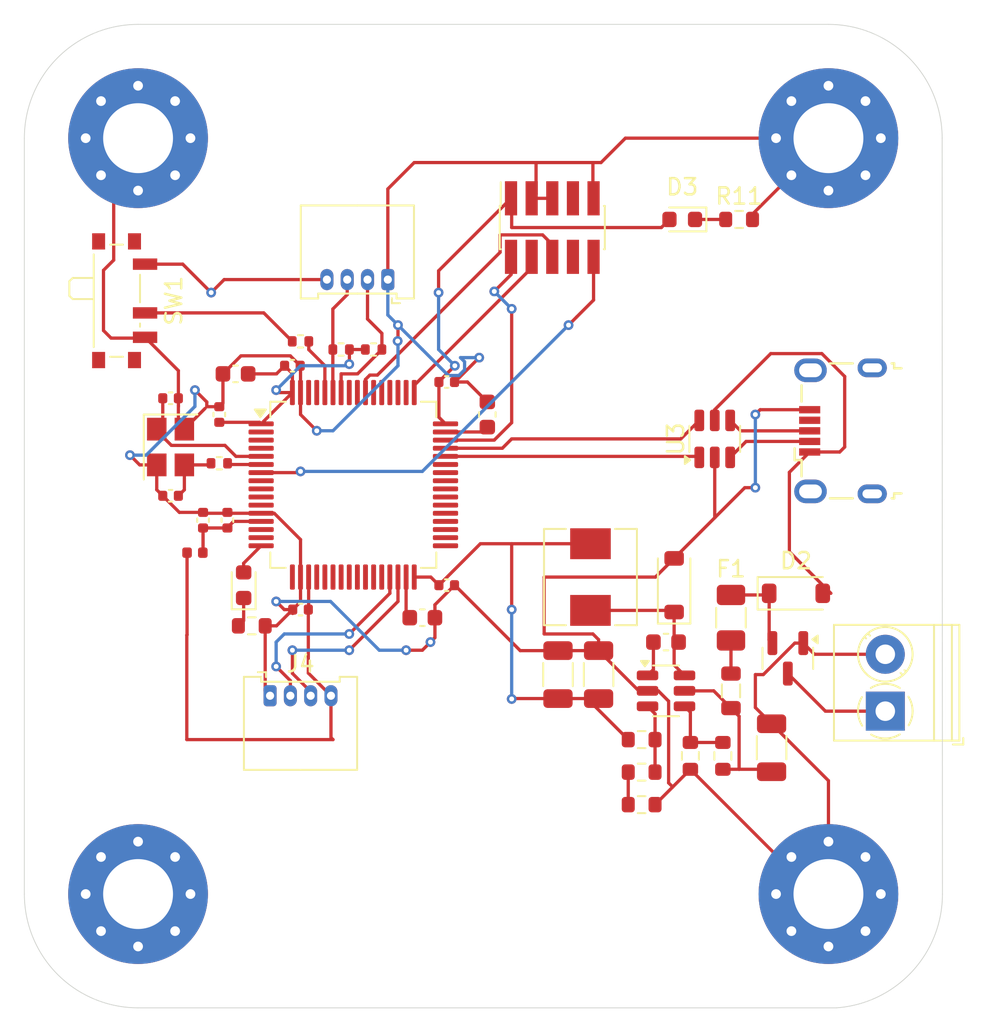
<source format=kicad_pcb>
(kicad_pcb (version 20240108) (generator "pcbnew") (generator_version "8.0")
  (layers (0 "F.Cu" signal) (1 "In1.Cu" power) (2 "In2.Cu" power) (31 "B.Cu" signal) (34 "B.Paste" user) (35 "F.Paste" user) (36 "B.SilkS" user "B.Silkscreen") (37 "F.SilkS" user "F.Silkscreen") (38 "B.Mask" user) (39 "F.Mask" user) (44 "Edge.Cuts" user))
  (net 0 "")
  (net 1 "GND")
  (net 2 "Net-(U1-VCAP_2)")
  (net 3 "Net-(U1-VCAP_1)")
  (net 4 "+3V3")
  (net 5 "+3.3VA")
  (net 6 "HSE_IN")
  (net 7 "Net-(C12-Pad1)")
  (net 8 "BUCK_IN")
  (net 9 "BUCK_SW")
  (net 10 "BUCK_BST")
  (net 11 "LED_STATUS")
  (net 12 "Net-(D1-K)")
  (net 13 "+5V")
  (net 14 "Net-(D2-K)")
  (net 15 "Net-(D3-K)")
  (net 16 "+12V")
  (net 19 "NRST")
  (net 20 "SWO")
  (net 21 "SWCLK")
  (net 22 "SWDIO")
  (net 23 "I2C1_SDA")
  (net 24 "I2C1_SCL")
  (net 25 "USART3_TX")
  (net 26 "USART3_RX")
  (net 27 "USB_CONN_D-")
  (net 30 "USB_CONN_D+")
  (net 34 "BOOT0")
  (net 35 "Net-(SW1-B)")
  (net 36 "HSE_OUT")
  (net 37 "BUCK_EN")
  (net 38 "BUCK_FB")
  (net 39 "Net-(R7-Pad2)")
  (net 40 "USB_D+")
  (net 43 "USB_D-")
  (net 81 "Net-(F1-Pad2)")
  (footprint "Package_TO_SOT_SMD:SOT-23-6" (layer "F.Cu") (at 99.5 86)
    (property "Reference" "U2")
    (property "Value" "~")
  )
  (footprint "LED_SMD:LED_0603_1608Metric" (layer "F.Cu") (at 73.5 79.5 90)
    (property "Reference" "D1")
    (property "Value" "BLUE")
  )
  (footprint "Package_TO_SOT_SMD:SOT-23-6" (layer "F.Cu") (at 102.5 70.5 90)
    (property "Reference" "U3")
    (property "Value" "USBLC6-2SC6")
  )
  (footprint "Resistor_SMD:R_0603_1608Metric" (layer "F.Cu") (at 98 93)
    (property "Reference" "R8")
    (property "Value" "270")
  )
  (footprint "MountingHole:MountingHole_4.3mm_M4_Pad_Via" (layer "F.Cu") (at 67 52)
    (property "Reference" "H4")
    (property "Value" "MountingHole_Pad")
  )
  (footprint "Resistor_SMD:R_0603_1608Metric" (layer "F.Cu") (at 104 57)
    (property "Reference" "R11")
    (property "Value" "1K")
  )
  (footprint "MountingHole:MountingHole_4.3mm_M4_Pad_Via" (layer "F.Cu") (at 109.5 52)
    (property "Reference" "H1")
    (property "Value" "MountingHole_Pad")
  )
  (footprint "Button_Switch_SMD:SW_SPDT_PCM12" (layer "F.Cu") (at 66 62 -90)
    (property "Reference" "SW1")
    (property "Value" "SW_SPDT")
  )
  (footprint "Resistor_SMD:R_0402_1005Metric" (layer "F.Cu") (at 81.5 65)
    (property "Reference" "R9")
    (property "Value" "2k2")
  )
  (footprint "Capacitor_SMD:C_0402_1005Metric" (layer "F.Cu") (at 76.5 66)
    (property "Reference" "C8")
    (property "Value" "100n")
  )
  (footprint "Capacitor_SMD:C_0603_1608Metric" (layer "F.Cu") (at 99.5 83)
    (property "Reference" "C14")
    (property "Value" "10n")
  )
  (footprint "Capacitor_SMD:C_0603_1608Metric" (layer "F.Cu") (at 88.5 69 90)
    (property "Reference" "C1")
    (property "Value" "2u2")
  )
  (footprint "Capacitor_SMD:C_0402_1005Metric" (layer "F.Cu") (at 86 67)
    (property "Reference" "C7")
    (property "Value" "100n")
  )
  (footprint "TerminalBlock_Phoenix:TerminalBlock_Phoenix_PT-1,5-2-3.5-H_1x02_P3.50mm_Horizontal" (layer "F.Cu") (at 113 87.25 90)
    (property "Reference" "J1")
    (property "Value" "Screw_Terminal_01x02")
  )
  (footprint "Package_QFP:LQFP-64_10x10mm_P0.5mm" (layer "F.Cu") (at 80.25 73.325)
    (property "Reference" "U1")
    (property "Value" "STM32F405RGT6")
  )
  (footprint "Resistor_SMD:R_0603_1608Metric" (layer "F.Cu") (at 103 90 90)
    (property "Reference" "R4")
    (property "Value" "100k")
  )
  (footprint "Connector_USB:USB_Micro-B_Wuerth_629105150521" (layer "F.Cu") (at 110.245 70.005 90)
    (property "Reference" "J5" (hide yes))
    (property "Value" "USB_B_Micro")
  )
  (footprint "Capacitor_SMD:C_0402_1005Metric" (layer "F.Cu") (at 72 69 90)
    (property "Reference" "C4")
    (property "Value" "100n")
  )
  (footprint "Resistor_SMD:R_0402_1005Metric" (layer "F.Cu") (at 77 64.5 180)
    (property "Reference" "R1")
    (property "Value" "10k")
  )
  (footprint "Inductor_SMD:L_Sunlord_MWSA0518S" (layer "F.Cu") (at 94.85 79 90)
    (property "Reference" "L2")
    (property "Value" "10u")
  )
  (footprint "Crystal:Crystal_SMD_3225-4Pin_3.2x2.5mm" (layer "F.Cu") (at 69 71 -90)
    (property "Reference" "Y1")
    (property "Value" "16MHz")
  )
  (footprint "Capacitor_SMD:C_0402_1005Metric" (layer "F.Cu") (at 69 74 180)
    (property "Reference" "C12")
    (property "Value" "12p")
  )
  (footprint "MountingHole:MountingHole_4.3mm_M4_Pad_Via" (layer "F.Cu") (at 109.5 98.5)
    (property "Reference" "H2")
    (property "Value" "MountingHole_Pad")
  )
  (footprint "Resistor_SMD:R_0402_1005Metric" (layer "F.Cu") (at 79.5 65 180)
    (property "Reference" "R10")
    (property "Value" "2k2")
  )
  (footprint "Diode_SMD:D_SOD-123" (layer "F.Cu") (at 100 79.5 90)
    (property "Reference" "D4")
    (property "Value" "B5819W")
  )
  (footprint "Capacitor_SMD:C_1206_3216Metric" (layer "F.Cu") (at 92.85 85 90)
    (property "Reference" "C16")
    (property "Value" "10u")
  )
  (footprint "Capacitor_SMD:C_0402_1005Metric" (layer "F.Cu") (at 71 75.5 90)
    (property "Reference" "C9")
    (property "Value" "1u")
  )
  (footprint "Resistor_SMD:R_0603_1608Metric" (layer "F.Cu") (at 101 90 -90)
    (property "Reference" "R5")
    (property "Value" "68k")
  )
  (footprint "Resistor_SMD:R_0603_1608Metric" (layer "F.Cu") (at 98 89)
    (property "Reference" "R6")
    (property "Value" "47k")
  )
  (footprint "Connector_Molex:Molex_PicoBlade_53048-0410_1x04_P1.25mm_Horizontal" (layer "F.Cu") (at 75.125 86.3)
    (property "Reference" "J4")
    (property "Value" "USART3")
  )
  (footprint "Resistor_SMD:R_0603_1608Metric" (layer "F.Cu") (at 74 82)
    (property "Reference" "R3")
    (property "Value" "1k5")
  )
  (footprint "Diode_SMD:D_SOD-123" (layer "F.Cu") (at 107.5 80)
    (property "Reference" "D2")
    (property "Value" "B5819W")
  )
  (footprint "MountingHole:MountingHole_4.3mm_M4_Pad_Via" (layer "F.Cu") (at 67 98.5)
    (property "Reference" "H3")
    (property "Value" "MountingHole_Pad")
  )
  (footprint "Capacitor_SMD:C_0603_1608Metric" (layer "F.Cu") (at 84.5 81.5)
    (property "Reference" "C2")
    (property "Value" "2u2")
  )
  (footprint "Capacitor_SMD:C_1206_3216Metric" (layer "F.Cu") (at 106 89.5 90)
    (property "Reference" "C13")
    (property "Value" "10u")
  )
  (footprint "Capacitor_SMD:C_0603_1608Metric" (layer "F.Cu") (at 73 66.5 180)
    (property "Reference" "C3")
    (property "Value" "4u7")
  )
  (footprint "LED_SMD:LED_0603_1608Metric" (layer "F.Cu") (at 100.5 57 180)
    (property "Reference" "D3")
    (property "Value" "RED")
  )
  (footprint "Fuse:Fuse_1206_3216Metric" (layer "F.Cu") (at 103.5 81.5 -90)
    (property "Reference" "F1")
    (property "Value" "250mA")
  )
  (footprint "Capacitor_SMD:C_0402_1005Metric" (layer "F.Cu") (at 69 68)
    (property "Reference" "C11")
    (property "Value" "12p")
  )
  (footprint "Capacitor_SMD:C_0402_1005Metric" (layer "F.Cu") (at 86 79.5)
    (property "Reference" "C6")
    (property "Value" "100n")
  )
  (footprint "Connector_Molex:Molex_PicoBlade_53048-0410_1x04_P1.25mm_Horizontal" (layer "F.Cu") (at 82.375 60.7 180)
    (property "Reference" "J3")
    (property "Value" "I2C1")
  )
  (footprint "Inductor_SMD:L_0805_2012Metric" (layer "F.Cu") (at 103.5 86 -90)
    (property "Reference" "FB1")
    (property "Value" "600 @ 600MHz")
  )
  (footprint "Package_TO_SOT_SMD:SOT-23" (layer "F.Cu") (at 107 84 -90)
    (property "Reference" "Q1")
    (property "Value" "AO3401A")
  )
  (footprint "Resistor_SMD:R_0603_1608Metric" (layer "F.Cu") (at 98 91 180)
    (property "Reference" "R7")
    (property "Value" "15k")
  )
  (footprint "Connector_PinSocket_1.27mm:PinSocket_2x05_P1.27mm_Vertical_SMD" (layer "F.Cu") (at 92.5 57.5 90)
    (property "Reference" "J2" (hide yes))
    (property "Value" "SWD")
  )
  (footprint "Inductor_SMD:L_0402_1005Metric" (layer "F.Cu") (at 70.5 77.5)
    (property "Reference" "L1")
    (property "Value" "39n")
  )
  (footprint "Capacitor_SMD:C_1206_3216Metric" (layer "F.Cu") (at 95.35 85 90)
    (property "Reference" "C15")
    (property "Value" "10u")
  )
  (footprint "Resistor_SMD:R_0402_1005Metric" (layer "F.Cu") (at 72 72 180)
    (property "Reference" "R2")
    (property "Value" "47R")
  )
  (footprint "Capacitor_SMD:C_0402_1005Metric" (layer "F.Cu") (at 77 81 180)
    (property "Reference" "C5")
    (property "Value" "100n")
  )
  (footprint "Capacitor_SMD:C_0402_1005Metric" (layer "F.Cu") (at 72.5 75.5 90)
    (property "Reference" "C10")
    (property "Value" "10n")
  )
  (gr_line (start 67 45) (end 109.5 45) (stroke (width 0.05)) (layer "Edge.Cuts"))
  (gr_line (start 60 98.5) (end 60 52) (stroke (width 0.05)) (layer "Edge.Cuts"))
  (gr_arc (start 116.517834 98.5) (mid 114.636093 103.282315) (end 110 105.5) (stroke (width 0.05)) (layer "Edge.Cuts"))
  (gr_line (start 116.5 52) (end 116.517834 98.5) (stroke (width 0.05)) (layer "Edge.Cuts"))
  (gr_arc (start 67 105.5) (mid 62.050253 103.449747) (end 60 98.5) (stroke (width 0.05)) (layer "Edge.Cuts"))
  (gr_line (start 110 105.5) (end 67 105.5) (stroke (width 0.05)) (layer "Edge.Cuts"))
  (gr_arc (start 60 52) (mid 62.050253 47.050253) (end 67 45) (stroke (width 0.05)) (layer "Edge.Cuts"))
  (gr_arc (start 109.5 45) (mid 114.449747 47.050253) (end 116.5 52) (stroke (width 0.05)) (layer "Edge.Cuts"))
  (segment (start 102.5 71.6375) (end 102.5 75.35) (width 0.2) (layer "F.Cu") (net 1))
  (segment (start 95 53.5) (end 95.5 53.5) (width 0.2) (layer "F.Cu") (net 1))
  (segment (start 107.219581 54.280419) (end 104.825 56.675) (width 0.2) (layer "F.Cu") (net 1))
  (segment (start 105 87.025) (end 105 85) (width 0.2) (layer "F.Cu") (net 1))
  (segment (start 77 67.65) (end 77 66.02) (width 0.2) (layer "F.Cu") (net 1))
  (segment (start 99.024999 86) (end 99.6625 86.637501) (width 0.2) (layer "F.Cu") (net 1))
  (segment (start 91.5 55.43) (end 91.23 55.7) (width 0.2) (layer "F.Cu") (net 1))
  (segment (start 83 63.5) (end 83 64.45888) (width 0.2) (layer "F.Cu") (net 1))
  (segment (start 71.23 68.52) (end 71.23 68.23) (width 0.2) (layer "F.Cu") (net 1))
  (segment (start 109.5 91.525) (end 109.5 98.5) (width 0.2) (layer "F.Cu") (net 1))
  (segment (start 76.52 81) (end 76.52 81.240622) (width 0.2) (layer "F.Cu") (net 1))
  (segment (start 77 67.65) (end 77 69) (width 0.2) (layer "F.Cu") (net 1))
  (segment (start 95 55.66) (end 95.04 55.7) (width 0.2) (layer "F.Cu") (net 1))
  (segment (start 90.525 83.525) (end 95.35 83.525) (width 0.2) (layer "F.Cu") (net 1))
  (segment (start 69.48 68) (end 69.48 68.5) (width 0.2) (layer "F.Cu") (net 1))
  (segment (start 85.275 81.5) (end 85.275 82.725) (width 0.2) (layer "F.Cu") (net 1))
  (segment (start 65.5 53.5) (end 67 52) (width 0.2) (layer "F.Cu") (net 1))
  (segment (start 106 88.025) (end 109.5 91.525) (width 0.2) (layer "F.Cu") (net 1))
  (segment (start 83 64.45888) (end 82.97944 64.47944) (width 0.2) (layer "F.Cu") (net 1))
  (segment (start 95.35 83.525) (end 97.825 86) (width 0.2) (layer "F.Cu") (net 1))
  (segment (start 108.6375 83.75) (end 113 83.75) (width 0.2) (layer "F.Cu") (net 1))
  (segment (start 77 80.52) (end 77 79) (width 0.2) (layer "F.Cu") (net 1))
  (segment (start 92 79) (end 98.85 79) (width 0.2) (layer "F.Cu") (net 1))
  (segment (start 104.35 73.5) (end 105 73.5) (width 0.2) (layer "F.Cu") (net 1))
  (segment (start 105.490552 85) (end 107.428052 83.0625) (width 0.2) (layer "F.Cu") (net 1))
  (segment (start 77 76.69259) (end 77 79) (width 0.2) (layer "F.Cu") (net 1))
  (segment (start 72.225 66.5) (end 72.225 68.295) (width 0.2) (layer "F.Cu") (net 1))
  (segment (start 67.38 64.3) (end 65.338629 64.3) (width 0.2) (layer "F.Cu") (net 1))
  (segment (start 69.48 68.5) (end 69.48 69.53) (width 0.2) (layer "F.Cu") (net 1))
  (segment (start 85.275 82.725) (end 85 83) (width 0.2) (layer "F.Cu") (net 1))
  (segment (start 67.43 64.25) (end 67.38 64.3) (width 0.2) (layer "F.Cu") (net 1))
  (segment (start 72.225 68.295) (end 72 68.52) (width 0.2) (layer "F.Cu") (net 1))
  (segment (start 107.95 83.0625) (end 108.6375 83.75) (width 0.2) (layer "F.Cu") (net 1))
  (segment (start 107.428052 83.0625) (end 107.95 83.0625) (width 0.2) (layer "F.Cu") (net 1))
  (segment (start 97.825 86) (end 98.3625 86) (width 0.2) (layer "F.Cu") (net 1))
  (segment (start 108.675 98.5) (end 109.5 98.5) (width 0.2) (layer "F.Cu") (net 1))
  (segment (start 102.5 75.35) (end 100 77.85) (width 0.2) (layer "F.Cu") (net 1))
  (segment (start 76.37 65.39) (end 76.98 66) (width 0.2) (layer "F.Cu") (net 1))
  (segment (start 99.6625 86.637501) (end 99.6625 91.6625) (width 0.2) (layer "F.Cu") (net 1))
  (segment (start 85.275 80.705) (end 86.48 79.5) (width 0.2) (layer "F.Cu") (net 1))
  (segment (start 105 85) (end 105.490552 85) (width 0.2) (layer "F.Cu") (net 1))
  (segment (start 72.225 66.5) (end 73.335 65.39) (width 0.2) (layer "F.Cu") (net 1))
  (segment (start 68.15 72.1) (end 67.1 72.1) (width 0.2) (layer "F.Cu") (net 1))
  (segment (start 91.5 53.5) (end 91.5 55.43) (width 0.2) (layer "F.Cu") (net 1))
  (segment (start 86.5 79.5) (end 90.525 83.525) (width 0.2) (layer "F.Cu") (net 1))
  (segment (start 64.87 63.831371) (end 64.87 60.13) (width 0.2) (layer "F.Cu") (net 1))
  (segment (start 65.338629 64.3) (end 64.87 63.831371) (width 0.2) (layer "F.Cu") (net 1))
  (segment (start 95.35 82.85) (end 95 82.5) (width 0.2) (layer "F.Cu") (net 1))
  (segment (start 67.1 72.1) (end 66.5 71.5) (width 0.2) (layer "F.Cu") (net 1))
  (segment (start 84 53.5) (end 91.5 53.5) (width 0.2) (layer "F.Cu") (net 1))
  (segment (start 74.825 82) (end 74.825 86) (width 0.2) (layer "F.Cu") (net 1))
  (segment (start 82.375 60.7) (end 82.375 55.125) (width 0.2) (layer "F.Cu") (net 1))
  (segment (start 99.9125 91.9125) (end 101 90.825) (width 0.2) (layer "F.Cu") (net 1))
  (segment (start 105.295 68.705) (end 105 69) (width 0.2) (layer "F.Cu") (net 1))
  (segment (start 86.48 67) (end 86.5 67) (width 0.2) (layer "F.Cu") (net 1))
  (segment (start 86.5 67) (end 88 65.5) (width 0.2) (layer "F.Cu") (net 1))
  (segment (start 92.5 55.7) (end 91.23 55.7) (width 0.2) (layer "F.Cu") (net 1))
  (segment (start 68.15 72.1) (end 68.15 73.63) (width 0.2) (layer "F.Cu") (net 1))
  (segment (start 76 81) (end 75.5 80.5) (width 0.2) (layer "F.Cu") (net 1))
  (segment (start 91.5 53.5) (end 95 53.5) (width 0.2) (layer "F.Cu") (net 1))
  (segment (start 69.48 66.3) (end 69.48 68.5) (width 0.2) (layer "F.Cu") (net 1))
  (segment (start 102.5 75.35) (end 104.35 73.5) (width 0.2) (layer "F.Cu") (net 1))
  (segment (start 75.52 82) (end 76.52 81) (width 0.2) (layer "F.Cu") (net 1))
  (segment (start 71.23 68.23) (end 70.5 67.5) (width 0.2) (layer "F.Cu") (net 1))
  (segment (start 71 75.02) (end 69.54 75.02) (width 0.2) (layer "F.Cu") (net 1))
  (segment (start 74.825 86) (end 75.125 86.3) (width 0.2) (layer "F.Cu") (net 1))
  (segment (start 64.87 60.13) (end 65.5 59.5) (width 0.2) (layer "F.Cu") (net 1))
  (segment (start 67.43 64.25) (end 69.48 66.3) (width 0.2) (layer "F.Cu") (net 1))
  (segment (start 69.54 75.02) (end 68.52 74) (width 0.2) (layer "F.Cu") (net 1))
  (segment (start 95 53.5) (end 95 55.66) (width 0.2) (layer "F.Cu") (net 1))
  (segment (start 86.48 79.5) (end 86.5 79.5) (width 0.2) (layer "F.Cu") (net 1))
  (segment (start 98.825 93) (end 99.9125 91.9125) (width 0.2) (layer "F.Cu") (net 1))
  (segment (start 86.48 67) (end 87.275 67) (width 0.2) (layer "F.Cu") (net 1))
  (segment (start 92 82.5) (end 92 79) (width 0.2) (layer "F.Cu") (net 1))
  (segment (start 69.85 69.9) (end 71.125 68.625) (width 0.2) (layer "F.Cu") (net 1))
  (segment (start 71.23 68.52) (end 72 68.52) (width 0.2) (layer "F.Cu") (net 1))
  (segment (start 76.52 81) (end 76 81) (width 0.2) (layer "F.Cu") (net 1))
  (segment (start 87.275 67) (end 88.5 68.225) (width 0.2) (layer "F.Cu") (net 1))
  (segment (start 65.5 59.5) (end 65.5 53.5) (width 0.2) (layer "F.Cu") (net 1))
  (segment (start 75.38241 75.075) (end 77 76.69259) (width 0.2) (layer "F.Cu") (net 1))
  (segment (start 98.85 79) (end 100 77.85) (width 0.2) (layer "F.Cu") (net 1))
  (segment (start 98.3625 86) (end 99.024999 86) (width 0.2) (layer "F.Cu") (net 1))
  (segment (start 108.345 68.705) (end 105.295 68.705) (width 0.2) (layer "F.Cu") (net 1))
  (segment (start 77 66.02) (end 76.98 66) (width 0.2) (layer "F.Cu") (net 1))
  (segment (start 71.055 75.075) (end 71 75.02) (width 0.2) (layer "F.Cu") (net 1))
  (segment (start 74.825 82) (end 75.52 82) (width 0.2) (layer "F.Cu") (net 1))
  (segment (start 104.825 56.675) (end 104.825 57) (width 0.2) (layer "F.Cu") (net 1))
  (segment (start 77 69) (end 78 70) (width 0.2) (layer "F.Cu") (net 1))
  (segment (start 85.275 81.5) (end 85.275 80.705) (width 0.2) (layer "F.Cu") (net 1))
  (segment (start 99.6625 91.6625) (end 99.9125 91.9125) (width 0.2) (layer "F.Cu") (net 1))
  (segment (start 68.15 73.63) (end 68.52 74) (width 0.2) (layer "F.Cu") (net 1))
  (segment (start 73.335 65.39) (end 76.37 65.39) (width 0.2) (layer "F.Cu") (net 1))
  (segment (start 83.5 83.5) (end 84.5 83.5) (width 0.2) (layer "F.Cu") (net 1))
  (segment (start 106 88.025) (end 105 87.025) (width 0.2) (layer "F.Cu") (net 1))
  (segment (start 74.575 75.075) (end 75.38241 75.075) (width 0.2) (layer "F.Cu") (net 1))
  (segment (start 69.48 69.53) (end 69.85 69.9) (width 0.2) (layer "F.Cu") (net 1))
  (segment (start 95 82.5) (end 92 82.5) (width 0.2) (layer "F.Cu") (net 1))
  (segment (start 95.5 53.5) (end 97 52) (width 0.2) (layer "F.Cu") (net 1))
  (segment (start 95.35 83.525) (end 95.35 82.85) (width 0.2) (layer "F.Cu") (net 1))
  (segment (start 74.575 75.075) (end 71.055 75.075) (width 0.2) (layer "F.Cu") (net 1))
  (segment (start 76.52 81) (end 77 80.52) (width 0.2) (layer "F.Cu") (net 1))
  (segment (start 97 52) (end 109.5 52) (width 0.2) (layer "F.Cu") (net 1))
  (segment (start 82.375 55.125) (end 84 53.5) (width 0.2) (layer "F.Cu") (net 1))
  (segment (start 84.5 83.5) (end 85 83) (width 0.2) (layer "F.Cu") (net 1))
  (segment (start 101 90.825) (end 108.675 98.5) (width 0.2) (layer "F.Cu") (net 1))
  (via (at 105 73.5) (size 0.6) (drill 0.3) (layers "F.Cu" "B.Cu") (net 1))
  (via (at 88 65.5) (size 0.6) (drill 0.3) (layers "F.Cu" "B.Cu") (net 1))
  (via (at 105 69) (size 0.6) (drill 0.3) (layers "F.Cu" "B.Cu") (net 1))
  (via (at 75.5 80.5) (size 0.6) (drill 0.3) (layers "F.Cu" "B.Cu") (net 1))
  (via (at 70.5 67.5) (size 0.6) (drill 0.3) (layers "F.Cu" "B.Cu") (net 1))
  (via (at 66.5 71.5) (size 0.6) (drill 0.3) (layers "F.Cu" "B.Cu") (net 1))
  (via (at 82.97944 64.47944) (size 0.6) (drill 0.3) (layers "F.Cu" "B.Cu") (net 1))
  (via (at 83.5 83.5) (size 0.6) (drill 0.3) (layers "F.Cu" "B.Cu") (net 1))
  (via (at 83 63.5) (size 0.6) (drill 0.3) (layers "F.Cu" "B.Cu") (net 1))
  (via (at 85 83) (size 0.6) (drill 0.3) (layers "F.Cu" "B.Cu") (net 1))
  (via (at 78 70) (size 0.6) (drill 0.3) (layers "F.Cu" "B.Cu") (net 1))
  (segment (start 84.5 65) (end 83 63.5) (width 0.2) (layer "B.Cu") (net 1))
  (segment (start 82.375 62.875) (end 83 63.5) (width 0.2) (layer "B.Cu") (net 1))
  (segment (start 75.5 80.5) (end 78.848529 80.5) (width 0.2) (layer "B.Cu") (net 1))
  (segment (start 86.848529 65.5) (end 87.1 65.751471) (width 0.2) (layer "B.Cu") (net 1))
  (segment (start 66.5 71.5) (end 67.5 71.5) (width 0.2) (layer "B.Cu") (net 1))
  (segment (start 81.848529 83.5) (end 83.5 83.5) (width 0.2) (layer "B.Cu") (net 1))
  (segment (start 78 70) (end 79 70) (width 0.2) (layer "B.Cu") (net 1))
  (segment (start 82.375 60.7) (end 82.375 62.875) (width 0.2) (layer "B.Cu") (net 1))
  (segment (start 78.848529 80.5) (end 81.848529 83.5) (width 0.2) (layer "B.Cu") (net 1))
  (segment (start 86.1 66.6) (end 84.5 65) (width 0.2) (layer "B.Cu") (net 1))
  (segment (start 105 73.5) (end 105 69) (width 0.2) (layer "B.Cu") (net 1))
  (segment (start 83 64.5) (end 82.97944 64.47944) (width 0.2) (layer "B.Cu") (net 1))
  (segment (start 67.5 71.5) (end 70.5 68.5) (width 0.2) (layer "B.Cu") (net 1))
  (segment (start 86.748529 66.6) (end 86.1 66.6) (width 0.2) (layer "B.Cu") (net 1))
  (segment (start 87.1 65.751471) (end 87.1 66.248529) (width 0.2) (layer "B.Cu") (net 1))
  (segment (start 79 70) (end 83 66) (width 0.2) (layer "B.Cu") (net 1))
  (segment (start 70.5 68.5) (end 70.5 67.5) (width 0.2) (layer "B.Cu") (net 1))
  (segment (start 83 66) (end 83 64.5) (width 0.2) (layer "B.Cu") (net 1))
  (segment (start 88 65.5) (end 86.848529 65.5) (width 0.2) (layer "B.Cu") (net 1))
  (segment (start 87.1 66.248529) (end 86.748529 66.6) (width 0.2) (layer "B.Cu") (net 1))
  (segment (start 85.925 70.075) (end 88.2 70.075) (width 0.2) (layer "F.Cu") (net 2))
  (segment (start 88.2 70.075) (end 88.5 69.775) (width 0.2) (layer "F.Cu") (net 2))
  (segment (start 83.5 79) (end 83.5 81.275) (width 0.2) (layer "F.Cu") (net 3))
  (segment (start 83.5 81.275) (end 83.725 81.5) (width 0.2) (layer "F.Cu") (net 3))
  (segment (start 80.01 65.89) (end 80 65.9) (width 0.2) (layer "F.Cu") (net 4))
  (segment (start 89.96 55.7) (end 90 55.74) (width 0.2) (layer "F.Cu") (net 4))
  (segment (start 70 82.567648) (end 70 89) (width 0.2) (layer "F.Cu") (net 4))
  (segment (start 72 69.48) (end 74.48 69.48) (width 0.2) (layer "F.Cu") (net 4))
  (segment (start 90.025 86.475) (end 90 86.5) (width 0.2) (layer "F.Cu") (net 4))
  (segment (start 75.52 66.5) (end 76.02 66) (width 0.2) (layer "F.Cu") (net 4))
  (segment (start 90 76.95) (end 90 81) (width 0.2) (layer "F.Cu") (net 4))
  (segment (start 90 55.74) (end 90 57.5) (width 0.2) (layer "F.Cu") (net 4))
  (segment (start 85.52 67) (end 85.52 66.98) (width 0.2) (layer "F.Cu") (net 4))
  (segment (start 75.65 67.65) (end 75.5 67.5) (width 0.2) (layer "F.Cu") (net 4))
  (segment (start 92.85 86.475) (end 90.025 86.475) (width 0.2) (layer "F.Cu") (net 4))
  (segment (start 85.52 66.98) (end 86.5 66) (width 0.2) (layer "F.Cu") (net 4))
  (segment (start 74.48 69.48) (end 74.575 69.575) (width 0.2) (layer "F.Cu") (net 4))
  (segment (start 70.015 77.5) (end 70.015 82.552648) (width 0.2) (layer "F.Cu") (net 4))
  (segment (start 77.48 84.905) (end 78.875 86.3) (width 0.2) (layer "F.Cu") (net 4))
  (segment (start 76.5 66.48) (end 76.02 66) (width 0.2) (layer "F.Cu") (net 4))
  (segment (start 85.925 69.575) (end 85.52 69.17) (width 0.2) (layer "F.Cu") (net 4))
  (segment (start 78.875 88.875) (end 78.875 86.3) (width 0.2) (layer "F.Cu") (net 4))
  (segment (start 77.5 80.98) (end 77.48 81) (width 0.2) (layer "F.Cu") (net 4))
  (segment (start 84 79) (end 85.02 79) (width 0.2) (layer "F.Cu") (net 4))
  (segment (start 99.7125 57) (end 99.6625 57.05) (width 0.2) (layer "F.Cu") (net 4))
  (segment (start 70 89) (end 79 89) (width 0.2) (layer "F.Cu") (net 4))
  (segment (start 77.5 79) (end 77.5 80.98) (width 0.2) (layer "F.Cu") (net 4))
  (segment (start 80.01 65) (end 80.99 65) (width 0.2) (layer "F.Cu") (net 4))
  (segment (start 67.43 59.75) (end 69.75 59.75) (width 0.2) (layer "F.Cu") (net 4))
  (segment (start 77.48 81) (end 77.48 84.905) (width 0.2) (layer "F.Cu") (net 4))
  (segment (start 89.96 55.7) (end 85.5 60.16) (width 0.2) (layer "F.Cu") (net 4))
  (segment (start 90 76.95) (end 94.85 76.95) (width 0.2) (layer "F.Cu") (net 4))
  (segment (start 76.5 67.65) (end 75.65 67.65) (width 0.2) (layer "F.Cu") (net 4))
  (segment (start 85.52 79.5) (end 88.07 76.95) (width 0.2) (layer "F.Cu") (net 4))
  (segment (start 69.75 59.75) (end 71.5 61.5) (width 0.2) (layer "F.Cu") (net 4))
  (segment (start 85.52 69.17) (end 85.52 67) (width 0.2) (layer "F.Cu") (net 4))
  (segment (start 73.775 66.5) (end 75.52 66.5) (width 0.2) (layer "F.Cu") (net 4))
  (segment (start 94.65 86.475) (end 97.175 89) (width 0.2) (layer "F.Cu") (net 4))
  (segment (start 88.07 76.95) (end 90 76.95) (width 0.2) (layer "F.Cu") (net 4))
  (segment (start 72.3 60.7) (end 71.5 61.5) (width 0.2) (layer "F.Cu") (net 4))
  (segment (start 92.85 86.475) (end 94.65 86.475) (width 0.2) (layer "F.Cu") (net 4))
  (segment (start 85.5 60.16) (end 85.5 61.5) (width 0.2) (layer "F.Cu") (net 4))
  (segment (start 80.01 65) (end 80.01 65.89) (width 0.2) (layer "F.Cu") (net 4))
  (segment (start 90 57.5) (end 99.2125 57.5) (width 0.2) (layer "F.Cu") (net 4))
  (segment (start 70.015 82.552648) (end 70 82.567648) (width 0.2) (layer "F.Cu") (net 4))
  (segment (start 76.5 67.65) (end 76.5 66.48) (width 0.2) (layer "F.Cu") (net 4))
  (segment (start 99.2125 57.5) (end 99.7125 57) (width 0.2) (layer "F.Cu") (net 4))
  (segment (start 76.5 67.65) (end 74.575 69.575) (width 0.2) (layer "F.Cu") (net 4))
  (segment (start 78.625 60.7) (end 72.3 60.7) (width 0.2) (layer "F.Cu") (net 4))
  (segment (start 85.02 79) (end 85.52 79.5) (width 0.2) (layer "F.Cu") (net 4))
  (segment (start 79 89) (end 78.875 88.875) (width 0.2) (layer "F.Cu") (net 4))
  (via (at 80 65.9) (size 0.6) (drill 0.3) (layers "F.Cu" "B.Cu") (net 4))
  (via (at 90 81) (size 0.6) (drill 0.3) (layers "F.Cu" "B.Cu") (net 4))
  (via (at 90 86.5) (size 0.6) (drill 0.3) (layers "F.Cu" "B.Cu") (net 4))
  (via (at 86.5 66) (size 0.6) (drill 0.3) (layers "F.Cu" "B.Cu") (net 4))
  (via (at 85.5 61.5) (size 0.6) (drill 0.3) (layers "F.Cu" "B.Cu") (net 4))
  (via (at 71.5 61.5) (size 0.6) (drill 0.3) (layers "F.Cu" "B.Cu") (net 4))
  (via (at 75.5 67.5) (size 0.6) (drill 0.3) (layers "F.Cu" "B.Cu") (net 4))
  (segment (start 80 66) (end 80 65.9) (width 0.2) (layer "B.Cu") (net 4))
  (segment (start 75.5 67.5) (end 77 66) (width 0.2) (layer "B.Cu") (net 4))
  (segment (start 90 81) (end 90 86.5) (width 0.2) (layer "B.Cu") (net 4))
  (segment (start 77 66) (end 80 66) (width 0.2) (layer "B.Cu") (net 4))
  (segment (start 85.5 65) (end 86.5 66) (width 0.2) (layer "B.Cu") (net 4))
  (segment (start 85.5 61.5) (end 85.5 65) (width 0.2) (layer "B.Cu") (net 4))
  (segment (start 72.881134 75.575) (end 72.476134 75.98) (width 0.2) (layer "F.Cu") (net 5))
  (segment (start 71 75.98) (end 71 77.485) (width 0.2) (layer "F.Cu") (net 5))
  (segment (start 74.575 75.575) (end 72.881134 75.575) (width 0.2) (layer "F.Cu") (net 5))
  (segment (start 71 77.485) (end 70.985 77.5) (width 0.2) (layer "F.Cu") (net 5))
  (segment (start 72.476134 75.98) (end 71 75.98) (width 0.2) (layer "F.Cu") (net 5))
  (segment (start 69.05 70.9) (end 68.15 70) (width 0.2) (layer "F.Cu") (net 6))
  (segment (start 72.348924 70.9) (end 69.05 70.9) (width 0.2) (layer "F.Cu") (net 6))
  (segment (start 73.023924 71.575) (end 72.348924 70.9) (width 0.2) (layer "F.Cu") (net 6))
  (segment (start 68.52 68) (end 68.52 69.53) (width 0.2) (layer "F.Cu") (net 6))
  (segment (start 68.52 69.53) (end 68.15 69.9) (width 0.2) (layer "F.Cu") (net 6))
  (segment (start 68.15 70) (end 68.15 69.9) (width 0.2) (layer "F.Cu") (net 6))
  (segment (start 74.575 71.575) (end 73.023924 71.575) (width 0.2) (layer "F.Cu") (net 6))
  (segment (start 69.85 72.1) (end 69.85 73.63) (width 0.2) (layer "F.Cu") (net 7))
  (segment (start 71.39 72.1) (end 71.49 72) (width 0.2) (layer "F.Cu") (net 7))
  (segment (start 69.85 72.1) (end 71.39 72.1) (width 0.2) (layer "F.Cu") (net 7))
  (segment (start 69.85 73.63) (end 69.48 74) (width 0.2) (layer "F.Cu") (net 7))
  (segment (start 105.85 90.825) (end 106 90.975) (width 0.2) (layer "F.Cu") (net 8))
  (segment (start 103 90.825) (end 104 90.825) (width 0.2) (layer "F.Cu") (net 8))
  (segment (start 103.5 87.0625) (end 104 87.5625) (width 0.2) (layer "F.Cu") (net 8))
  (segment (start 100.6375 86) (end 102.4375 86) (width 0.2) (layer "F.Cu") (net 8))
  (segment (start 102.4375 86) (end 103.5 87.0625) (width 0.2) (layer "F.Cu") (net 8))
  (segment (start 104 90.825) (end 105.85 90.825) (width 0.2) (layer "F.Cu") (net 8))
  (segment (start 104 87.5625) (end 104 90.825) (width 0.2) (layer "F.Cu") (net 8))
  (segment (start 99.9 81.05) (end 100 81.15) (width 0.2) (layer "F.Cu") (net 9))
  (segment (start 94.85 81.05) (end 99.9 81.05) (width 0.2) (layer "F.Cu") (net 9))
  (segment (start 100 84.4125) (end 100.6375 85.05) (width 0.2) (layer "F.Cu") (net 9))
  (segment (start 100 81.15) (end 100 84.4125) (width 0.2) (layer "F.Cu") (net 9))
  (segment (start 98.725 84.6875) (end 98.3625 85.05) (width 0.2) (layer "F.Cu") (net 10))
  (segment (start 98.725 83) (end 98.725 84.6875) (width 0.2) (layer "F.Cu") (net 10))
  (segment (start 73.5 78.15) (end 74.575 77.075) (width 0.2) (layer "F.Cu") (net 11))
  (segment (start 73.5 78.7125) (end 73.5 78.15) (width 0.2) (layer "F.Cu") (net 11))
  (segment (start 73.5 81.675) (end 73.175 82) (width 0.2) (layer "F.Cu") (net 12))
  (segment (start 73.5 80.2875) (end 73.5 81.675) (width 0.2) (layer "F.Cu") (net 12))
  (segment (start 110.195 71.305) (end 108.345 71.305) (width 0.2) (layer "F.Cu") (net 13))
  (segment (start 102.5 68.700001) (end 105.945001 65.255) (width 0.2) (layer "F.Cu") (net 13))
  (segment (start 109.094569 65.255) (end 110.5 66.660431) (width 0.2) (layer "F.Cu") (net 13))
  (segment (start 105.945001 65.255) (end 109.094569 65.255) (width 0.2) (layer "F.Cu") (net 13))
  (segment (start 108.345 71.305) (end 107.095 72.555) (width 0.2) (layer "F.Cu") (net 13))
  (segment (start 107.095 72.555) (end 107.095 77.445) (width 0.2) (layer "F.Cu") (net 13))
  (segment (start 102.5 69.3625) (end 102.5 68.700001) (width 0.2) (layer "F.Cu") (net 13))
  (segment (start 107.095 77.445) (end 109.65 80) (width 0.2) (layer "F.Cu") (net 13))
  (segment (start 110.5 71) (end 110.195 71.305) (width 0.2) (layer "F.Cu") (net 13))
  (segment (start 110.5 66.660431) (end 110.5 71) (width 0.2) (layer "F.Cu") (net 13))
  (segment (start 105.85 80) (end 105.85 82.8625) (width 0.2) (layer "F.Cu") (net 14))
  (segment (start 103.5 80.1) (end 105.75 80.1) (width 0.2) (layer "F.Cu") (net 14))
  (segment (start 105.85 82.8625) (end 106.05 83.0625) (width 0.2) (layer "F.Cu") (net 14))
  (segment (start 105.75 80.1) (end 105.85 80) (width 0.2) (layer "F.Cu") (net 14))
  (segment (start 103.175 57) (end 101.2875 57) (width 0.2) (layer "F.Cu") (net 15))
  (segment (start 109.3125 87.25) (end 113 87.25) (width 0.2) (layer "F.Cu") (net 16))
  (segment (start 107 84.9375) (end 109.3125 87.25) (width 0.2) (layer "F.Cu") (net 16))
  (segment (start 74.575 72.575) (end 76.925 72.575) (width 0.2) (layer "F.Cu") (net 19))
  (segment (start 76.925 72.575) (end 77 72.5) (width 0.2) (layer "F.Cu") (net 19))
  (segment (start 95.04 59.3) (end 95.04 61.96) (width 0.2) (layer "F.Cu") (net 19))
  (segment (start 95.04 61.96) (end 94 63) (width 0.2) (layer "F.Cu") (net 19))
  (segment (start 94 63) (end 93.5 63.5) (width 0.2) (layer "F.Cu") (net 19))
  (via (at 77 72.5) (size 0.6) (drill 0.3) (layers "F.Cu" "B.Cu") (net 19))
  (via (at 93.5 63.5) (size 0.6) (drill 0.3) (layers "F.Cu" "B.Cu") (net 19))
  (segment (start 84.5 72.5) (end 77 72.5) (width 0.2) (layer "B.Cu") (net 19))
  (segment (start 93.5 63.5) (end 84.5 72.5) (width 0.2) (layer "B.Cu") (net 19))
  (segment (start 91.905 57.95) (end 89.285 57.95) (width 0.2) (layer "F.Cu") (net 20))
  (segment (start 81.26759 66.575) (end 81 66.84259) (width 0.2) (layer "F.Cu") (net 20))
  (segment (start 81 66.84259) (end 81 67.65) (width 0.2) (layer "F.Cu") (net 20))
  (segment (start 89.285 57.95) (end 89.285 59.02241) (width 0.2) (layer "F.Cu") (net 20))
  (segment (start 92.5 59.3) (end 92.5 58.545) (width 0.2) (layer "F.Cu") (net 20))
  (segment (start 89.285 59.02241) (end 81.73241 66.575) (width 0.2) (layer "F.Cu") (net 20))
  (segment (start 92.5 58.545) (end 91.905 57.95) (width 0.2) (layer "F.Cu") (net 20))
  (segment (start 81.73241 66.575) (end 81.26759 66.575) (width 0.2) (layer "F.Cu") (net 20))
  (segment (start 84 67.205) (end 91.23 59.975) (width 0.2) (layer "F.Cu") (net 21))
  (segment (start 84 67.65) (end 84 67.205) (width 0.2) (layer "F.Cu") (net 21))
  (segment (start 91.23 59.975) (end 91.23 59.3) (width 0.2) (layer "F.Cu") (net 21))
  (segment (start 89.96 60.39647) (end 89.96 59.3) (width 0.2) (layer "F.Cu") (net 22))
  (segment (start 88.923696 70.575) (end 90 69.498696) (width 0.2) (layer "F.Cu") (net 22))
  (segment (start 88.928235 61.428235) (end 89.96 60.39647) (width 0.2) (layer "F.Cu") (net 22))
  (segment (start 85.925 70.575) (end 88.923696 70.575) (width 0.2) (layer "F.Cu") (net 22))
  (segment (start 90 69.498696) (end 90 62.5) (width 0.2) (layer "F.Cu") (net 22))
  (via (at 88.928235 61.428235) (size 0.6) (drill 0.3) (layers "F.Cu" "B.Cu") (net 22))
  (via (at 90 62.5) (size 0.6) (drill 0.3) (layers "F.Cu" "B.Cu") (net 22))
  (segment (start 90 62.5) (end 88.928235 61.428235) (width 0.2) (layer "B.Cu") (net 22))
  (segment (start 79.875 61.625) (end 78.99 62.51) (width 0.2) (layer "F.Cu") (net 23))
  (segment (start 78.99 65) (end 78.99 67.64) (width 0.2) (layer "F.Cu") (net 23))
  (segment (start 78.99 67.64) (end 79 67.65) (width 0.2) (layer "F.Cu") (net 23))
  (segment (start 78.99 62.51) (end 78.99 65) (width 0.2) (layer "F.Cu") (net 23))
  (segment (start 79.875 60.7) (end 79.875 61.625) (width 0.2) (layer "F.Cu") (net 23))
  (segment (start 80.51 66.5) (end 82.01 65) (width 0.2) (layer "F.Cu") (net 24))
  (segment (start 81.125 60.7) (end 81.125 63.125) (width 0.2) (layer "F.Cu") (net 24))
  (segment (start 82.01 64.01) (end 82.01 65) (width 0.2) (layer "F.Cu") (net 24))
  (segment (start 79.5 66.5) (end 80.51 66.5) (width 0.2) (layer "F.Cu") (net 24))
  (segment (start 81.125 63.125) (end 82.01 64.01) (width 0.2) (layer "F.Cu") (net 24))
  (segment (start 79.5 67.65) (end 79.5 66.5) (width 0.2) (layer "F.Cu") (net 24))
  (segment (start 82.5 80) (end 80 82.5) (width 0.2) (layer "F.Cu") (net 25))
  (segment (start 82.5 79) (end 82.5 80) (width 0.2) (layer "F.Cu") (net 25))
  (segment (start 76.375 86.3) (end 76.375 85.375) (width 0.2) (layer "F.Cu") (net 25))
  (segment (start 76.375 85.375) (end 75.5 84.5) (width 0.2) (layer "F.Cu") (net 25))
  (via (at 75.5 84.5) (size 0.6) (drill 0.3) (layers "F.Cu" "B.Cu") (net 25))
  (via (at 80 82.5) (size 0.6) (drill 0.3) (layers "F.Cu" "B.Cu") (net 25))
  (segment (start 75.5 84.5) (end 75.5 83) (width 0.2) (layer "B.Cu") (net 25))
  (segment (start 75.5 83) (end 76 82.5) (width 0.2) (layer "B.Cu") (net 25))
  (segment (start 76 82.5) (end 80 82.5) (width 0.2) (layer "B.Cu") (net 25))
  (segment (start 77.625 86.3) (end 77.625 86.05) (width 0.2) (layer "F.Cu") (net 26))
  (segment (start 83 79) (end 83 80.5) (width 0.2) (layer "F.Cu") (net 26))
  (segment (start 76.5 84.925) (end 76.5 83.5) (width 0.2) (layer "F.Cu") (net 26))
  (segment (start 77.625 86.05) (end 76.5 84.925) (width 0.2) (layer "F.Cu") (net 26))
  (segment (start 83 80.5) (end 80 83.5) (width 0.2) (layer "F.Cu") (net 26))
  (via (at 76.5 83.5) (size 0.6) (drill 0.3) (layers "F.Cu" "B.Cu") (net 26))
  (via (at 80 83.5) (size 0.6) (drill 0.3) (layers "F.Cu" "B.Cu") (net 26))
  (segment (start 76.5 83.5) (end 80 83.5) (width 0.2) (layer "B.Cu") (net 26))
  (segment (start 103.45 71.6375) (end 104.4325 70.655) (width 0.2) (layer "F.Cu") (net 27))
  (segment (start 104.4325 70.655) (end 108.345 70.655) (width 0.2) (layer "F.Cu") (net 27))
  (segment (start 103.45 69.3625) (end 104.0925 70.005) (width 0.2) (layer "F.Cu") (net 30))
  (segment (start 104.0925 70.005) (end 108.345 70.005) (width 0.2) (layer "F.Cu") (net 30))
  (segment (start 77.51 65.01) (end 77.51 64.5) (width 0.2) (layer "F.Cu") (net 34))
  (segment (start 78.5 66) (end 77.51 65.01) (width 0.2) (layer "F.Cu") (net 34))
  (segment (start 78.5 67.65) (end 78.5 66) (width 0.2) (layer "F.Cu") (net 34))
  (segment (start 67.43 62.75) (end 74.74 62.75) (width 0.2) (layer "F.Cu") (net 35))
  (segment (start 74.74 62.75) (end 76.49 64.5) (width 0.2) (layer "F.Cu") (net 35))
  (segment (start 72.585 72.075) (end 72.51 72) (width 0.2) (layer "F.Cu") (net 36))
  (segment (start 74.575 72.075) (end 72.585 72.075) (width 0.2) (layer "F.Cu") (net 36))
  (segment (start 101 89.175) (end 103 89.175) (width 0.2) (layer "F.Cu") (net 37))
  (segment (start 100.6375 86.95) (end 101 87.3125) (width 0.2) (layer "F.Cu") (net 37))
  (segment (start 101 87.3125) (end 101 89.175) (width 0.2) (layer "F.Cu") (net 37))
  (segment (start 98.825 87.4125) (end 98.825 91) (width 0.2) (layer "F.Cu") (net 38))
  (segment (start 98.3625 86.95) (end 98.825 87.4125) (width 0.2) (layer "F.Cu") (net 38))
  (segment (start 97.175 91) (end 97.175 93) (width 0.2) (layer "F.Cu") (net 39))
  (segment (start 89.425 71.075) (end 90 70.5) (width 0.2) (layer "F.Cu") (net 40))
  (segment (start 90 70.5) (end 100.4125 70.5) (width 0.2) (layer "F.Cu") (net 40))
  (segment (start 85.925 71.075) (end 89.425 71.075) (width 0.2) (layer "F.Cu") (net 40))
  (segment (start 100.4125 70.5) (end 101.55 69.3625) (width 0.2) (layer "F.Cu") (net 40))
  (segment (start 101.4875 71.575) (end 101.55 71.6375) (width 0.2) (layer "F.Cu") (net 43))
  (segment (start 85.925 71.575) (end 101.4875 71.575) (width 0.2) (layer "F.Cu") (net 43))
  (segment (start 103.5 82.9) (end 103.5 84.9375) (width 0.2) (layer "F.Cu") (net 81))
)
</source>
